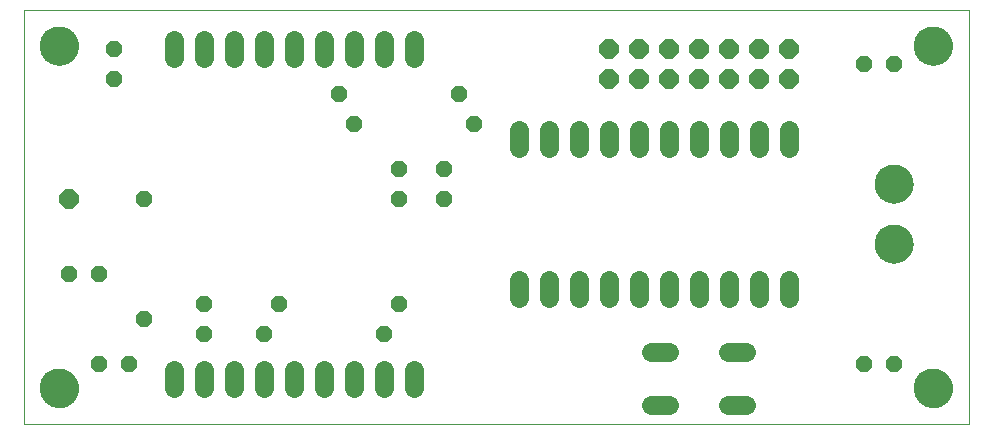
<source format=gbs>
G75*
%MOIN*%
%OFA0B0*%
%FSLAX25Y25*%
%IPPOS*%
%LPD*%
%AMOC8*
5,1,8,0,0,1.08239X$1,22.5*
%
%ADD10C,0.00000*%
%ADD11C,0.12998*%
%ADD12OC8,0.05600*%
%ADD13C,0.06400*%
%ADD14OC8,0.06400*%
D10*
X0001800Y0001800D02*
X0001800Y0139595D01*
X0316761Y0139595D01*
X0316761Y0001800D01*
X0001800Y0001800D01*
X0007312Y0013611D02*
X0007314Y0013769D01*
X0007320Y0013927D01*
X0007330Y0014085D01*
X0007344Y0014243D01*
X0007362Y0014400D01*
X0007383Y0014557D01*
X0007409Y0014713D01*
X0007439Y0014869D01*
X0007472Y0015024D01*
X0007510Y0015177D01*
X0007551Y0015330D01*
X0007596Y0015482D01*
X0007645Y0015633D01*
X0007698Y0015782D01*
X0007754Y0015930D01*
X0007814Y0016076D01*
X0007878Y0016221D01*
X0007946Y0016364D01*
X0008017Y0016506D01*
X0008091Y0016646D01*
X0008169Y0016783D01*
X0008251Y0016919D01*
X0008335Y0017053D01*
X0008424Y0017184D01*
X0008515Y0017313D01*
X0008610Y0017440D01*
X0008707Y0017565D01*
X0008808Y0017687D01*
X0008912Y0017806D01*
X0009019Y0017923D01*
X0009129Y0018037D01*
X0009242Y0018148D01*
X0009357Y0018257D01*
X0009475Y0018362D01*
X0009596Y0018464D01*
X0009719Y0018564D01*
X0009845Y0018660D01*
X0009973Y0018753D01*
X0010103Y0018843D01*
X0010236Y0018929D01*
X0010371Y0019013D01*
X0010507Y0019092D01*
X0010646Y0019169D01*
X0010787Y0019241D01*
X0010929Y0019311D01*
X0011073Y0019376D01*
X0011219Y0019438D01*
X0011366Y0019496D01*
X0011515Y0019551D01*
X0011665Y0019602D01*
X0011816Y0019649D01*
X0011968Y0019692D01*
X0012121Y0019731D01*
X0012276Y0019767D01*
X0012431Y0019798D01*
X0012587Y0019826D01*
X0012743Y0019850D01*
X0012900Y0019870D01*
X0013058Y0019886D01*
X0013215Y0019898D01*
X0013374Y0019906D01*
X0013532Y0019910D01*
X0013690Y0019910D01*
X0013848Y0019906D01*
X0014007Y0019898D01*
X0014164Y0019886D01*
X0014322Y0019870D01*
X0014479Y0019850D01*
X0014635Y0019826D01*
X0014791Y0019798D01*
X0014946Y0019767D01*
X0015101Y0019731D01*
X0015254Y0019692D01*
X0015406Y0019649D01*
X0015557Y0019602D01*
X0015707Y0019551D01*
X0015856Y0019496D01*
X0016003Y0019438D01*
X0016149Y0019376D01*
X0016293Y0019311D01*
X0016435Y0019241D01*
X0016576Y0019169D01*
X0016715Y0019092D01*
X0016851Y0019013D01*
X0016986Y0018929D01*
X0017119Y0018843D01*
X0017249Y0018753D01*
X0017377Y0018660D01*
X0017503Y0018564D01*
X0017626Y0018464D01*
X0017747Y0018362D01*
X0017865Y0018257D01*
X0017980Y0018148D01*
X0018093Y0018037D01*
X0018203Y0017923D01*
X0018310Y0017806D01*
X0018414Y0017687D01*
X0018515Y0017565D01*
X0018612Y0017440D01*
X0018707Y0017313D01*
X0018798Y0017184D01*
X0018887Y0017053D01*
X0018971Y0016919D01*
X0019053Y0016783D01*
X0019131Y0016646D01*
X0019205Y0016506D01*
X0019276Y0016364D01*
X0019344Y0016221D01*
X0019408Y0016076D01*
X0019468Y0015930D01*
X0019524Y0015782D01*
X0019577Y0015633D01*
X0019626Y0015482D01*
X0019671Y0015330D01*
X0019712Y0015177D01*
X0019750Y0015024D01*
X0019783Y0014869D01*
X0019813Y0014713D01*
X0019839Y0014557D01*
X0019860Y0014400D01*
X0019878Y0014243D01*
X0019892Y0014085D01*
X0019902Y0013927D01*
X0019908Y0013769D01*
X0019910Y0013611D01*
X0019908Y0013453D01*
X0019902Y0013295D01*
X0019892Y0013137D01*
X0019878Y0012979D01*
X0019860Y0012822D01*
X0019839Y0012665D01*
X0019813Y0012509D01*
X0019783Y0012353D01*
X0019750Y0012198D01*
X0019712Y0012045D01*
X0019671Y0011892D01*
X0019626Y0011740D01*
X0019577Y0011589D01*
X0019524Y0011440D01*
X0019468Y0011292D01*
X0019408Y0011146D01*
X0019344Y0011001D01*
X0019276Y0010858D01*
X0019205Y0010716D01*
X0019131Y0010576D01*
X0019053Y0010439D01*
X0018971Y0010303D01*
X0018887Y0010169D01*
X0018798Y0010038D01*
X0018707Y0009909D01*
X0018612Y0009782D01*
X0018515Y0009657D01*
X0018414Y0009535D01*
X0018310Y0009416D01*
X0018203Y0009299D01*
X0018093Y0009185D01*
X0017980Y0009074D01*
X0017865Y0008965D01*
X0017747Y0008860D01*
X0017626Y0008758D01*
X0017503Y0008658D01*
X0017377Y0008562D01*
X0017249Y0008469D01*
X0017119Y0008379D01*
X0016986Y0008293D01*
X0016851Y0008209D01*
X0016715Y0008130D01*
X0016576Y0008053D01*
X0016435Y0007981D01*
X0016293Y0007911D01*
X0016149Y0007846D01*
X0016003Y0007784D01*
X0015856Y0007726D01*
X0015707Y0007671D01*
X0015557Y0007620D01*
X0015406Y0007573D01*
X0015254Y0007530D01*
X0015101Y0007491D01*
X0014946Y0007455D01*
X0014791Y0007424D01*
X0014635Y0007396D01*
X0014479Y0007372D01*
X0014322Y0007352D01*
X0014164Y0007336D01*
X0014007Y0007324D01*
X0013848Y0007316D01*
X0013690Y0007312D01*
X0013532Y0007312D01*
X0013374Y0007316D01*
X0013215Y0007324D01*
X0013058Y0007336D01*
X0012900Y0007352D01*
X0012743Y0007372D01*
X0012587Y0007396D01*
X0012431Y0007424D01*
X0012276Y0007455D01*
X0012121Y0007491D01*
X0011968Y0007530D01*
X0011816Y0007573D01*
X0011665Y0007620D01*
X0011515Y0007671D01*
X0011366Y0007726D01*
X0011219Y0007784D01*
X0011073Y0007846D01*
X0010929Y0007911D01*
X0010787Y0007981D01*
X0010646Y0008053D01*
X0010507Y0008130D01*
X0010371Y0008209D01*
X0010236Y0008293D01*
X0010103Y0008379D01*
X0009973Y0008469D01*
X0009845Y0008562D01*
X0009719Y0008658D01*
X0009596Y0008758D01*
X0009475Y0008860D01*
X0009357Y0008965D01*
X0009242Y0009074D01*
X0009129Y0009185D01*
X0009019Y0009299D01*
X0008912Y0009416D01*
X0008808Y0009535D01*
X0008707Y0009657D01*
X0008610Y0009782D01*
X0008515Y0009909D01*
X0008424Y0010038D01*
X0008335Y0010169D01*
X0008251Y0010303D01*
X0008169Y0010439D01*
X0008091Y0010576D01*
X0008017Y0010716D01*
X0007946Y0010858D01*
X0007878Y0011001D01*
X0007814Y0011146D01*
X0007754Y0011292D01*
X0007698Y0011440D01*
X0007645Y0011589D01*
X0007596Y0011740D01*
X0007551Y0011892D01*
X0007510Y0012045D01*
X0007472Y0012198D01*
X0007439Y0012353D01*
X0007409Y0012509D01*
X0007383Y0012665D01*
X0007362Y0012822D01*
X0007344Y0012979D01*
X0007330Y0013137D01*
X0007320Y0013295D01*
X0007314Y0013453D01*
X0007312Y0013611D01*
X0007312Y0127784D02*
X0007314Y0127942D01*
X0007320Y0128100D01*
X0007330Y0128258D01*
X0007344Y0128416D01*
X0007362Y0128573D01*
X0007383Y0128730D01*
X0007409Y0128886D01*
X0007439Y0129042D01*
X0007472Y0129197D01*
X0007510Y0129350D01*
X0007551Y0129503D01*
X0007596Y0129655D01*
X0007645Y0129806D01*
X0007698Y0129955D01*
X0007754Y0130103D01*
X0007814Y0130249D01*
X0007878Y0130394D01*
X0007946Y0130537D01*
X0008017Y0130679D01*
X0008091Y0130819D01*
X0008169Y0130956D01*
X0008251Y0131092D01*
X0008335Y0131226D01*
X0008424Y0131357D01*
X0008515Y0131486D01*
X0008610Y0131613D01*
X0008707Y0131738D01*
X0008808Y0131860D01*
X0008912Y0131979D01*
X0009019Y0132096D01*
X0009129Y0132210D01*
X0009242Y0132321D01*
X0009357Y0132430D01*
X0009475Y0132535D01*
X0009596Y0132637D01*
X0009719Y0132737D01*
X0009845Y0132833D01*
X0009973Y0132926D01*
X0010103Y0133016D01*
X0010236Y0133102D01*
X0010371Y0133186D01*
X0010507Y0133265D01*
X0010646Y0133342D01*
X0010787Y0133414D01*
X0010929Y0133484D01*
X0011073Y0133549D01*
X0011219Y0133611D01*
X0011366Y0133669D01*
X0011515Y0133724D01*
X0011665Y0133775D01*
X0011816Y0133822D01*
X0011968Y0133865D01*
X0012121Y0133904D01*
X0012276Y0133940D01*
X0012431Y0133971D01*
X0012587Y0133999D01*
X0012743Y0134023D01*
X0012900Y0134043D01*
X0013058Y0134059D01*
X0013215Y0134071D01*
X0013374Y0134079D01*
X0013532Y0134083D01*
X0013690Y0134083D01*
X0013848Y0134079D01*
X0014007Y0134071D01*
X0014164Y0134059D01*
X0014322Y0134043D01*
X0014479Y0134023D01*
X0014635Y0133999D01*
X0014791Y0133971D01*
X0014946Y0133940D01*
X0015101Y0133904D01*
X0015254Y0133865D01*
X0015406Y0133822D01*
X0015557Y0133775D01*
X0015707Y0133724D01*
X0015856Y0133669D01*
X0016003Y0133611D01*
X0016149Y0133549D01*
X0016293Y0133484D01*
X0016435Y0133414D01*
X0016576Y0133342D01*
X0016715Y0133265D01*
X0016851Y0133186D01*
X0016986Y0133102D01*
X0017119Y0133016D01*
X0017249Y0132926D01*
X0017377Y0132833D01*
X0017503Y0132737D01*
X0017626Y0132637D01*
X0017747Y0132535D01*
X0017865Y0132430D01*
X0017980Y0132321D01*
X0018093Y0132210D01*
X0018203Y0132096D01*
X0018310Y0131979D01*
X0018414Y0131860D01*
X0018515Y0131738D01*
X0018612Y0131613D01*
X0018707Y0131486D01*
X0018798Y0131357D01*
X0018887Y0131226D01*
X0018971Y0131092D01*
X0019053Y0130956D01*
X0019131Y0130819D01*
X0019205Y0130679D01*
X0019276Y0130537D01*
X0019344Y0130394D01*
X0019408Y0130249D01*
X0019468Y0130103D01*
X0019524Y0129955D01*
X0019577Y0129806D01*
X0019626Y0129655D01*
X0019671Y0129503D01*
X0019712Y0129350D01*
X0019750Y0129197D01*
X0019783Y0129042D01*
X0019813Y0128886D01*
X0019839Y0128730D01*
X0019860Y0128573D01*
X0019878Y0128416D01*
X0019892Y0128258D01*
X0019902Y0128100D01*
X0019908Y0127942D01*
X0019910Y0127784D01*
X0019908Y0127626D01*
X0019902Y0127468D01*
X0019892Y0127310D01*
X0019878Y0127152D01*
X0019860Y0126995D01*
X0019839Y0126838D01*
X0019813Y0126682D01*
X0019783Y0126526D01*
X0019750Y0126371D01*
X0019712Y0126218D01*
X0019671Y0126065D01*
X0019626Y0125913D01*
X0019577Y0125762D01*
X0019524Y0125613D01*
X0019468Y0125465D01*
X0019408Y0125319D01*
X0019344Y0125174D01*
X0019276Y0125031D01*
X0019205Y0124889D01*
X0019131Y0124749D01*
X0019053Y0124612D01*
X0018971Y0124476D01*
X0018887Y0124342D01*
X0018798Y0124211D01*
X0018707Y0124082D01*
X0018612Y0123955D01*
X0018515Y0123830D01*
X0018414Y0123708D01*
X0018310Y0123589D01*
X0018203Y0123472D01*
X0018093Y0123358D01*
X0017980Y0123247D01*
X0017865Y0123138D01*
X0017747Y0123033D01*
X0017626Y0122931D01*
X0017503Y0122831D01*
X0017377Y0122735D01*
X0017249Y0122642D01*
X0017119Y0122552D01*
X0016986Y0122466D01*
X0016851Y0122382D01*
X0016715Y0122303D01*
X0016576Y0122226D01*
X0016435Y0122154D01*
X0016293Y0122084D01*
X0016149Y0122019D01*
X0016003Y0121957D01*
X0015856Y0121899D01*
X0015707Y0121844D01*
X0015557Y0121793D01*
X0015406Y0121746D01*
X0015254Y0121703D01*
X0015101Y0121664D01*
X0014946Y0121628D01*
X0014791Y0121597D01*
X0014635Y0121569D01*
X0014479Y0121545D01*
X0014322Y0121525D01*
X0014164Y0121509D01*
X0014007Y0121497D01*
X0013848Y0121489D01*
X0013690Y0121485D01*
X0013532Y0121485D01*
X0013374Y0121489D01*
X0013215Y0121497D01*
X0013058Y0121509D01*
X0012900Y0121525D01*
X0012743Y0121545D01*
X0012587Y0121569D01*
X0012431Y0121597D01*
X0012276Y0121628D01*
X0012121Y0121664D01*
X0011968Y0121703D01*
X0011816Y0121746D01*
X0011665Y0121793D01*
X0011515Y0121844D01*
X0011366Y0121899D01*
X0011219Y0121957D01*
X0011073Y0122019D01*
X0010929Y0122084D01*
X0010787Y0122154D01*
X0010646Y0122226D01*
X0010507Y0122303D01*
X0010371Y0122382D01*
X0010236Y0122466D01*
X0010103Y0122552D01*
X0009973Y0122642D01*
X0009845Y0122735D01*
X0009719Y0122831D01*
X0009596Y0122931D01*
X0009475Y0123033D01*
X0009357Y0123138D01*
X0009242Y0123247D01*
X0009129Y0123358D01*
X0009019Y0123472D01*
X0008912Y0123589D01*
X0008808Y0123708D01*
X0008707Y0123830D01*
X0008610Y0123955D01*
X0008515Y0124082D01*
X0008424Y0124211D01*
X0008335Y0124342D01*
X0008251Y0124476D01*
X0008169Y0124612D01*
X0008091Y0124749D01*
X0008017Y0124889D01*
X0007946Y0125031D01*
X0007878Y0125174D01*
X0007814Y0125319D01*
X0007754Y0125465D01*
X0007698Y0125613D01*
X0007645Y0125762D01*
X0007596Y0125913D01*
X0007551Y0126065D01*
X0007510Y0126218D01*
X0007472Y0126371D01*
X0007439Y0126526D01*
X0007409Y0126682D01*
X0007383Y0126838D01*
X0007362Y0126995D01*
X0007344Y0127152D01*
X0007330Y0127310D01*
X0007320Y0127468D01*
X0007314Y0127626D01*
X0007312Y0127784D01*
X0285501Y0081800D02*
X0285503Y0081958D01*
X0285509Y0082116D01*
X0285519Y0082274D01*
X0285533Y0082432D01*
X0285551Y0082589D01*
X0285572Y0082746D01*
X0285598Y0082902D01*
X0285628Y0083058D01*
X0285661Y0083213D01*
X0285699Y0083366D01*
X0285740Y0083519D01*
X0285785Y0083671D01*
X0285834Y0083822D01*
X0285887Y0083971D01*
X0285943Y0084119D01*
X0286003Y0084265D01*
X0286067Y0084410D01*
X0286135Y0084553D01*
X0286206Y0084695D01*
X0286280Y0084835D01*
X0286358Y0084972D01*
X0286440Y0085108D01*
X0286524Y0085242D01*
X0286613Y0085373D01*
X0286704Y0085502D01*
X0286799Y0085629D01*
X0286896Y0085754D01*
X0286997Y0085876D01*
X0287101Y0085995D01*
X0287208Y0086112D01*
X0287318Y0086226D01*
X0287431Y0086337D01*
X0287546Y0086446D01*
X0287664Y0086551D01*
X0287785Y0086653D01*
X0287908Y0086753D01*
X0288034Y0086849D01*
X0288162Y0086942D01*
X0288292Y0087032D01*
X0288425Y0087118D01*
X0288560Y0087202D01*
X0288696Y0087281D01*
X0288835Y0087358D01*
X0288976Y0087430D01*
X0289118Y0087500D01*
X0289262Y0087565D01*
X0289408Y0087627D01*
X0289555Y0087685D01*
X0289704Y0087740D01*
X0289854Y0087791D01*
X0290005Y0087838D01*
X0290157Y0087881D01*
X0290310Y0087920D01*
X0290465Y0087956D01*
X0290620Y0087987D01*
X0290776Y0088015D01*
X0290932Y0088039D01*
X0291089Y0088059D01*
X0291247Y0088075D01*
X0291404Y0088087D01*
X0291563Y0088095D01*
X0291721Y0088099D01*
X0291879Y0088099D01*
X0292037Y0088095D01*
X0292196Y0088087D01*
X0292353Y0088075D01*
X0292511Y0088059D01*
X0292668Y0088039D01*
X0292824Y0088015D01*
X0292980Y0087987D01*
X0293135Y0087956D01*
X0293290Y0087920D01*
X0293443Y0087881D01*
X0293595Y0087838D01*
X0293746Y0087791D01*
X0293896Y0087740D01*
X0294045Y0087685D01*
X0294192Y0087627D01*
X0294338Y0087565D01*
X0294482Y0087500D01*
X0294624Y0087430D01*
X0294765Y0087358D01*
X0294904Y0087281D01*
X0295040Y0087202D01*
X0295175Y0087118D01*
X0295308Y0087032D01*
X0295438Y0086942D01*
X0295566Y0086849D01*
X0295692Y0086753D01*
X0295815Y0086653D01*
X0295936Y0086551D01*
X0296054Y0086446D01*
X0296169Y0086337D01*
X0296282Y0086226D01*
X0296392Y0086112D01*
X0296499Y0085995D01*
X0296603Y0085876D01*
X0296704Y0085754D01*
X0296801Y0085629D01*
X0296896Y0085502D01*
X0296987Y0085373D01*
X0297076Y0085242D01*
X0297160Y0085108D01*
X0297242Y0084972D01*
X0297320Y0084835D01*
X0297394Y0084695D01*
X0297465Y0084553D01*
X0297533Y0084410D01*
X0297597Y0084265D01*
X0297657Y0084119D01*
X0297713Y0083971D01*
X0297766Y0083822D01*
X0297815Y0083671D01*
X0297860Y0083519D01*
X0297901Y0083366D01*
X0297939Y0083213D01*
X0297972Y0083058D01*
X0298002Y0082902D01*
X0298028Y0082746D01*
X0298049Y0082589D01*
X0298067Y0082432D01*
X0298081Y0082274D01*
X0298091Y0082116D01*
X0298097Y0081958D01*
X0298099Y0081800D01*
X0298097Y0081642D01*
X0298091Y0081484D01*
X0298081Y0081326D01*
X0298067Y0081168D01*
X0298049Y0081011D01*
X0298028Y0080854D01*
X0298002Y0080698D01*
X0297972Y0080542D01*
X0297939Y0080387D01*
X0297901Y0080234D01*
X0297860Y0080081D01*
X0297815Y0079929D01*
X0297766Y0079778D01*
X0297713Y0079629D01*
X0297657Y0079481D01*
X0297597Y0079335D01*
X0297533Y0079190D01*
X0297465Y0079047D01*
X0297394Y0078905D01*
X0297320Y0078765D01*
X0297242Y0078628D01*
X0297160Y0078492D01*
X0297076Y0078358D01*
X0296987Y0078227D01*
X0296896Y0078098D01*
X0296801Y0077971D01*
X0296704Y0077846D01*
X0296603Y0077724D01*
X0296499Y0077605D01*
X0296392Y0077488D01*
X0296282Y0077374D01*
X0296169Y0077263D01*
X0296054Y0077154D01*
X0295936Y0077049D01*
X0295815Y0076947D01*
X0295692Y0076847D01*
X0295566Y0076751D01*
X0295438Y0076658D01*
X0295308Y0076568D01*
X0295175Y0076482D01*
X0295040Y0076398D01*
X0294904Y0076319D01*
X0294765Y0076242D01*
X0294624Y0076170D01*
X0294482Y0076100D01*
X0294338Y0076035D01*
X0294192Y0075973D01*
X0294045Y0075915D01*
X0293896Y0075860D01*
X0293746Y0075809D01*
X0293595Y0075762D01*
X0293443Y0075719D01*
X0293290Y0075680D01*
X0293135Y0075644D01*
X0292980Y0075613D01*
X0292824Y0075585D01*
X0292668Y0075561D01*
X0292511Y0075541D01*
X0292353Y0075525D01*
X0292196Y0075513D01*
X0292037Y0075505D01*
X0291879Y0075501D01*
X0291721Y0075501D01*
X0291563Y0075505D01*
X0291404Y0075513D01*
X0291247Y0075525D01*
X0291089Y0075541D01*
X0290932Y0075561D01*
X0290776Y0075585D01*
X0290620Y0075613D01*
X0290465Y0075644D01*
X0290310Y0075680D01*
X0290157Y0075719D01*
X0290005Y0075762D01*
X0289854Y0075809D01*
X0289704Y0075860D01*
X0289555Y0075915D01*
X0289408Y0075973D01*
X0289262Y0076035D01*
X0289118Y0076100D01*
X0288976Y0076170D01*
X0288835Y0076242D01*
X0288696Y0076319D01*
X0288560Y0076398D01*
X0288425Y0076482D01*
X0288292Y0076568D01*
X0288162Y0076658D01*
X0288034Y0076751D01*
X0287908Y0076847D01*
X0287785Y0076947D01*
X0287664Y0077049D01*
X0287546Y0077154D01*
X0287431Y0077263D01*
X0287318Y0077374D01*
X0287208Y0077488D01*
X0287101Y0077605D01*
X0286997Y0077724D01*
X0286896Y0077846D01*
X0286799Y0077971D01*
X0286704Y0078098D01*
X0286613Y0078227D01*
X0286524Y0078358D01*
X0286440Y0078492D01*
X0286358Y0078628D01*
X0286280Y0078765D01*
X0286206Y0078905D01*
X0286135Y0079047D01*
X0286067Y0079190D01*
X0286003Y0079335D01*
X0285943Y0079481D01*
X0285887Y0079629D01*
X0285834Y0079778D01*
X0285785Y0079929D01*
X0285740Y0080081D01*
X0285699Y0080234D01*
X0285661Y0080387D01*
X0285628Y0080542D01*
X0285598Y0080698D01*
X0285572Y0080854D01*
X0285551Y0081011D01*
X0285533Y0081168D01*
X0285519Y0081326D01*
X0285509Y0081484D01*
X0285503Y0081642D01*
X0285501Y0081800D01*
X0285501Y0061800D02*
X0285503Y0061958D01*
X0285509Y0062116D01*
X0285519Y0062274D01*
X0285533Y0062432D01*
X0285551Y0062589D01*
X0285572Y0062746D01*
X0285598Y0062902D01*
X0285628Y0063058D01*
X0285661Y0063213D01*
X0285699Y0063366D01*
X0285740Y0063519D01*
X0285785Y0063671D01*
X0285834Y0063822D01*
X0285887Y0063971D01*
X0285943Y0064119D01*
X0286003Y0064265D01*
X0286067Y0064410D01*
X0286135Y0064553D01*
X0286206Y0064695D01*
X0286280Y0064835D01*
X0286358Y0064972D01*
X0286440Y0065108D01*
X0286524Y0065242D01*
X0286613Y0065373D01*
X0286704Y0065502D01*
X0286799Y0065629D01*
X0286896Y0065754D01*
X0286997Y0065876D01*
X0287101Y0065995D01*
X0287208Y0066112D01*
X0287318Y0066226D01*
X0287431Y0066337D01*
X0287546Y0066446D01*
X0287664Y0066551D01*
X0287785Y0066653D01*
X0287908Y0066753D01*
X0288034Y0066849D01*
X0288162Y0066942D01*
X0288292Y0067032D01*
X0288425Y0067118D01*
X0288560Y0067202D01*
X0288696Y0067281D01*
X0288835Y0067358D01*
X0288976Y0067430D01*
X0289118Y0067500D01*
X0289262Y0067565D01*
X0289408Y0067627D01*
X0289555Y0067685D01*
X0289704Y0067740D01*
X0289854Y0067791D01*
X0290005Y0067838D01*
X0290157Y0067881D01*
X0290310Y0067920D01*
X0290465Y0067956D01*
X0290620Y0067987D01*
X0290776Y0068015D01*
X0290932Y0068039D01*
X0291089Y0068059D01*
X0291247Y0068075D01*
X0291404Y0068087D01*
X0291563Y0068095D01*
X0291721Y0068099D01*
X0291879Y0068099D01*
X0292037Y0068095D01*
X0292196Y0068087D01*
X0292353Y0068075D01*
X0292511Y0068059D01*
X0292668Y0068039D01*
X0292824Y0068015D01*
X0292980Y0067987D01*
X0293135Y0067956D01*
X0293290Y0067920D01*
X0293443Y0067881D01*
X0293595Y0067838D01*
X0293746Y0067791D01*
X0293896Y0067740D01*
X0294045Y0067685D01*
X0294192Y0067627D01*
X0294338Y0067565D01*
X0294482Y0067500D01*
X0294624Y0067430D01*
X0294765Y0067358D01*
X0294904Y0067281D01*
X0295040Y0067202D01*
X0295175Y0067118D01*
X0295308Y0067032D01*
X0295438Y0066942D01*
X0295566Y0066849D01*
X0295692Y0066753D01*
X0295815Y0066653D01*
X0295936Y0066551D01*
X0296054Y0066446D01*
X0296169Y0066337D01*
X0296282Y0066226D01*
X0296392Y0066112D01*
X0296499Y0065995D01*
X0296603Y0065876D01*
X0296704Y0065754D01*
X0296801Y0065629D01*
X0296896Y0065502D01*
X0296987Y0065373D01*
X0297076Y0065242D01*
X0297160Y0065108D01*
X0297242Y0064972D01*
X0297320Y0064835D01*
X0297394Y0064695D01*
X0297465Y0064553D01*
X0297533Y0064410D01*
X0297597Y0064265D01*
X0297657Y0064119D01*
X0297713Y0063971D01*
X0297766Y0063822D01*
X0297815Y0063671D01*
X0297860Y0063519D01*
X0297901Y0063366D01*
X0297939Y0063213D01*
X0297972Y0063058D01*
X0298002Y0062902D01*
X0298028Y0062746D01*
X0298049Y0062589D01*
X0298067Y0062432D01*
X0298081Y0062274D01*
X0298091Y0062116D01*
X0298097Y0061958D01*
X0298099Y0061800D01*
X0298097Y0061642D01*
X0298091Y0061484D01*
X0298081Y0061326D01*
X0298067Y0061168D01*
X0298049Y0061011D01*
X0298028Y0060854D01*
X0298002Y0060698D01*
X0297972Y0060542D01*
X0297939Y0060387D01*
X0297901Y0060234D01*
X0297860Y0060081D01*
X0297815Y0059929D01*
X0297766Y0059778D01*
X0297713Y0059629D01*
X0297657Y0059481D01*
X0297597Y0059335D01*
X0297533Y0059190D01*
X0297465Y0059047D01*
X0297394Y0058905D01*
X0297320Y0058765D01*
X0297242Y0058628D01*
X0297160Y0058492D01*
X0297076Y0058358D01*
X0296987Y0058227D01*
X0296896Y0058098D01*
X0296801Y0057971D01*
X0296704Y0057846D01*
X0296603Y0057724D01*
X0296499Y0057605D01*
X0296392Y0057488D01*
X0296282Y0057374D01*
X0296169Y0057263D01*
X0296054Y0057154D01*
X0295936Y0057049D01*
X0295815Y0056947D01*
X0295692Y0056847D01*
X0295566Y0056751D01*
X0295438Y0056658D01*
X0295308Y0056568D01*
X0295175Y0056482D01*
X0295040Y0056398D01*
X0294904Y0056319D01*
X0294765Y0056242D01*
X0294624Y0056170D01*
X0294482Y0056100D01*
X0294338Y0056035D01*
X0294192Y0055973D01*
X0294045Y0055915D01*
X0293896Y0055860D01*
X0293746Y0055809D01*
X0293595Y0055762D01*
X0293443Y0055719D01*
X0293290Y0055680D01*
X0293135Y0055644D01*
X0292980Y0055613D01*
X0292824Y0055585D01*
X0292668Y0055561D01*
X0292511Y0055541D01*
X0292353Y0055525D01*
X0292196Y0055513D01*
X0292037Y0055505D01*
X0291879Y0055501D01*
X0291721Y0055501D01*
X0291563Y0055505D01*
X0291404Y0055513D01*
X0291247Y0055525D01*
X0291089Y0055541D01*
X0290932Y0055561D01*
X0290776Y0055585D01*
X0290620Y0055613D01*
X0290465Y0055644D01*
X0290310Y0055680D01*
X0290157Y0055719D01*
X0290005Y0055762D01*
X0289854Y0055809D01*
X0289704Y0055860D01*
X0289555Y0055915D01*
X0289408Y0055973D01*
X0289262Y0056035D01*
X0289118Y0056100D01*
X0288976Y0056170D01*
X0288835Y0056242D01*
X0288696Y0056319D01*
X0288560Y0056398D01*
X0288425Y0056482D01*
X0288292Y0056568D01*
X0288162Y0056658D01*
X0288034Y0056751D01*
X0287908Y0056847D01*
X0287785Y0056947D01*
X0287664Y0057049D01*
X0287546Y0057154D01*
X0287431Y0057263D01*
X0287318Y0057374D01*
X0287208Y0057488D01*
X0287101Y0057605D01*
X0286997Y0057724D01*
X0286896Y0057846D01*
X0286799Y0057971D01*
X0286704Y0058098D01*
X0286613Y0058227D01*
X0286524Y0058358D01*
X0286440Y0058492D01*
X0286358Y0058628D01*
X0286280Y0058765D01*
X0286206Y0058905D01*
X0286135Y0059047D01*
X0286067Y0059190D01*
X0286003Y0059335D01*
X0285943Y0059481D01*
X0285887Y0059629D01*
X0285834Y0059778D01*
X0285785Y0059929D01*
X0285740Y0060081D01*
X0285699Y0060234D01*
X0285661Y0060387D01*
X0285628Y0060542D01*
X0285598Y0060698D01*
X0285572Y0060854D01*
X0285551Y0061011D01*
X0285533Y0061168D01*
X0285519Y0061326D01*
X0285509Y0061484D01*
X0285503Y0061642D01*
X0285501Y0061800D01*
X0298651Y0013611D02*
X0298653Y0013769D01*
X0298659Y0013927D01*
X0298669Y0014085D01*
X0298683Y0014243D01*
X0298701Y0014400D01*
X0298722Y0014557D01*
X0298748Y0014713D01*
X0298778Y0014869D01*
X0298811Y0015024D01*
X0298849Y0015177D01*
X0298890Y0015330D01*
X0298935Y0015482D01*
X0298984Y0015633D01*
X0299037Y0015782D01*
X0299093Y0015930D01*
X0299153Y0016076D01*
X0299217Y0016221D01*
X0299285Y0016364D01*
X0299356Y0016506D01*
X0299430Y0016646D01*
X0299508Y0016783D01*
X0299590Y0016919D01*
X0299674Y0017053D01*
X0299763Y0017184D01*
X0299854Y0017313D01*
X0299949Y0017440D01*
X0300046Y0017565D01*
X0300147Y0017687D01*
X0300251Y0017806D01*
X0300358Y0017923D01*
X0300468Y0018037D01*
X0300581Y0018148D01*
X0300696Y0018257D01*
X0300814Y0018362D01*
X0300935Y0018464D01*
X0301058Y0018564D01*
X0301184Y0018660D01*
X0301312Y0018753D01*
X0301442Y0018843D01*
X0301575Y0018929D01*
X0301710Y0019013D01*
X0301846Y0019092D01*
X0301985Y0019169D01*
X0302126Y0019241D01*
X0302268Y0019311D01*
X0302412Y0019376D01*
X0302558Y0019438D01*
X0302705Y0019496D01*
X0302854Y0019551D01*
X0303004Y0019602D01*
X0303155Y0019649D01*
X0303307Y0019692D01*
X0303460Y0019731D01*
X0303615Y0019767D01*
X0303770Y0019798D01*
X0303926Y0019826D01*
X0304082Y0019850D01*
X0304239Y0019870D01*
X0304397Y0019886D01*
X0304554Y0019898D01*
X0304713Y0019906D01*
X0304871Y0019910D01*
X0305029Y0019910D01*
X0305187Y0019906D01*
X0305346Y0019898D01*
X0305503Y0019886D01*
X0305661Y0019870D01*
X0305818Y0019850D01*
X0305974Y0019826D01*
X0306130Y0019798D01*
X0306285Y0019767D01*
X0306440Y0019731D01*
X0306593Y0019692D01*
X0306745Y0019649D01*
X0306896Y0019602D01*
X0307046Y0019551D01*
X0307195Y0019496D01*
X0307342Y0019438D01*
X0307488Y0019376D01*
X0307632Y0019311D01*
X0307774Y0019241D01*
X0307915Y0019169D01*
X0308054Y0019092D01*
X0308190Y0019013D01*
X0308325Y0018929D01*
X0308458Y0018843D01*
X0308588Y0018753D01*
X0308716Y0018660D01*
X0308842Y0018564D01*
X0308965Y0018464D01*
X0309086Y0018362D01*
X0309204Y0018257D01*
X0309319Y0018148D01*
X0309432Y0018037D01*
X0309542Y0017923D01*
X0309649Y0017806D01*
X0309753Y0017687D01*
X0309854Y0017565D01*
X0309951Y0017440D01*
X0310046Y0017313D01*
X0310137Y0017184D01*
X0310226Y0017053D01*
X0310310Y0016919D01*
X0310392Y0016783D01*
X0310470Y0016646D01*
X0310544Y0016506D01*
X0310615Y0016364D01*
X0310683Y0016221D01*
X0310747Y0016076D01*
X0310807Y0015930D01*
X0310863Y0015782D01*
X0310916Y0015633D01*
X0310965Y0015482D01*
X0311010Y0015330D01*
X0311051Y0015177D01*
X0311089Y0015024D01*
X0311122Y0014869D01*
X0311152Y0014713D01*
X0311178Y0014557D01*
X0311199Y0014400D01*
X0311217Y0014243D01*
X0311231Y0014085D01*
X0311241Y0013927D01*
X0311247Y0013769D01*
X0311249Y0013611D01*
X0311247Y0013453D01*
X0311241Y0013295D01*
X0311231Y0013137D01*
X0311217Y0012979D01*
X0311199Y0012822D01*
X0311178Y0012665D01*
X0311152Y0012509D01*
X0311122Y0012353D01*
X0311089Y0012198D01*
X0311051Y0012045D01*
X0311010Y0011892D01*
X0310965Y0011740D01*
X0310916Y0011589D01*
X0310863Y0011440D01*
X0310807Y0011292D01*
X0310747Y0011146D01*
X0310683Y0011001D01*
X0310615Y0010858D01*
X0310544Y0010716D01*
X0310470Y0010576D01*
X0310392Y0010439D01*
X0310310Y0010303D01*
X0310226Y0010169D01*
X0310137Y0010038D01*
X0310046Y0009909D01*
X0309951Y0009782D01*
X0309854Y0009657D01*
X0309753Y0009535D01*
X0309649Y0009416D01*
X0309542Y0009299D01*
X0309432Y0009185D01*
X0309319Y0009074D01*
X0309204Y0008965D01*
X0309086Y0008860D01*
X0308965Y0008758D01*
X0308842Y0008658D01*
X0308716Y0008562D01*
X0308588Y0008469D01*
X0308458Y0008379D01*
X0308325Y0008293D01*
X0308190Y0008209D01*
X0308054Y0008130D01*
X0307915Y0008053D01*
X0307774Y0007981D01*
X0307632Y0007911D01*
X0307488Y0007846D01*
X0307342Y0007784D01*
X0307195Y0007726D01*
X0307046Y0007671D01*
X0306896Y0007620D01*
X0306745Y0007573D01*
X0306593Y0007530D01*
X0306440Y0007491D01*
X0306285Y0007455D01*
X0306130Y0007424D01*
X0305974Y0007396D01*
X0305818Y0007372D01*
X0305661Y0007352D01*
X0305503Y0007336D01*
X0305346Y0007324D01*
X0305187Y0007316D01*
X0305029Y0007312D01*
X0304871Y0007312D01*
X0304713Y0007316D01*
X0304554Y0007324D01*
X0304397Y0007336D01*
X0304239Y0007352D01*
X0304082Y0007372D01*
X0303926Y0007396D01*
X0303770Y0007424D01*
X0303615Y0007455D01*
X0303460Y0007491D01*
X0303307Y0007530D01*
X0303155Y0007573D01*
X0303004Y0007620D01*
X0302854Y0007671D01*
X0302705Y0007726D01*
X0302558Y0007784D01*
X0302412Y0007846D01*
X0302268Y0007911D01*
X0302126Y0007981D01*
X0301985Y0008053D01*
X0301846Y0008130D01*
X0301710Y0008209D01*
X0301575Y0008293D01*
X0301442Y0008379D01*
X0301312Y0008469D01*
X0301184Y0008562D01*
X0301058Y0008658D01*
X0300935Y0008758D01*
X0300814Y0008860D01*
X0300696Y0008965D01*
X0300581Y0009074D01*
X0300468Y0009185D01*
X0300358Y0009299D01*
X0300251Y0009416D01*
X0300147Y0009535D01*
X0300046Y0009657D01*
X0299949Y0009782D01*
X0299854Y0009909D01*
X0299763Y0010038D01*
X0299674Y0010169D01*
X0299590Y0010303D01*
X0299508Y0010439D01*
X0299430Y0010576D01*
X0299356Y0010716D01*
X0299285Y0010858D01*
X0299217Y0011001D01*
X0299153Y0011146D01*
X0299093Y0011292D01*
X0299037Y0011440D01*
X0298984Y0011589D01*
X0298935Y0011740D01*
X0298890Y0011892D01*
X0298849Y0012045D01*
X0298811Y0012198D01*
X0298778Y0012353D01*
X0298748Y0012509D01*
X0298722Y0012665D01*
X0298701Y0012822D01*
X0298683Y0012979D01*
X0298669Y0013137D01*
X0298659Y0013295D01*
X0298653Y0013453D01*
X0298651Y0013611D01*
X0298651Y0127784D02*
X0298653Y0127942D01*
X0298659Y0128100D01*
X0298669Y0128258D01*
X0298683Y0128416D01*
X0298701Y0128573D01*
X0298722Y0128730D01*
X0298748Y0128886D01*
X0298778Y0129042D01*
X0298811Y0129197D01*
X0298849Y0129350D01*
X0298890Y0129503D01*
X0298935Y0129655D01*
X0298984Y0129806D01*
X0299037Y0129955D01*
X0299093Y0130103D01*
X0299153Y0130249D01*
X0299217Y0130394D01*
X0299285Y0130537D01*
X0299356Y0130679D01*
X0299430Y0130819D01*
X0299508Y0130956D01*
X0299590Y0131092D01*
X0299674Y0131226D01*
X0299763Y0131357D01*
X0299854Y0131486D01*
X0299949Y0131613D01*
X0300046Y0131738D01*
X0300147Y0131860D01*
X0300251Y0131979D01*
X0300358Y0132096D01*
X0300468Y0132210D01*
X0300581Y0132321D01*
X0300696Y0132430D01*
X0300814Y0132535D01*
X0300935Y0132637D01*
X0301058Y0132737D01*
X0301184Y0132833D01*
X0301312Y0132926D01*
X0301442Y0133016D01*
X0301575Y0133102D01*
X0301710Y0133186D01*
X0301846Y0133265D01*
X0301985Y0133342D01*
X0302126Y0133414D01*
X0302268Y0133484D01*
X0302412Y0133549D01*
X0302558Y0133611D01*
X0302705Y0133669D01*
X0302854Y0133724D01*
X0303004Y0133775D01*
X0303155Y0133822D01*
X0303307Y0133865D01*
X0303460Y0133904D01*
X0303615Y0133940D01*
X0303770Y0133971D01*
X0303926Y0133999D01*
X0304082Y0134023D01*
X0304239Y0134043D01*
X0304397Y0134059D01*
X0304554Y0134071D01*
X0304713Y0134079D01*
X0304871Y0134083D01*
X0305029Y0134083D01*
X0305187Y0134079D01*
X0305346Y0134071D01*
X0305503Y0134059D01*
X0305661Y0134043D01*
X0305818Y0134023D01*
X0305974Y0133999D01*
X0306130Y0133971D01*
X0306285Y0133940D01*
X0306440Y0133904D01*
X0306593Y0133865D01*
X0306745Y0133822D01*
X0306896Y0133775D01*
X0307046Y0133724D01*
X0307195Y0133669D01*
X0307342Y0133611D01*
X0307488Y0133549D01*
X0307632Y0133484D01*
X0307774Y0133414D01*
X0307915Y0133342D01*
X0308054Y0133265D01*
X0308190Y0133186D01*
X0308325Y0133102D01*
X0308458Y0133016D01*
X0308588Y0132926D01*
X0308716Y0132833D01*
X0308842Y0132737D01*
X0308965Y0132637D01*
X0309086Y0132535D01*
X0309204Y0132430D01*
X0309319Y0132321D01*
X0309432Y0132210D01*
X0309542Y0132096D01*
X0309649Y0131979D01*
X0309753Y0131860D01*
X0309854Y0131738D01*
X0309951Y0131613D01*
X0310046Y0131486D01*
X0310137Y0131357D01*
X0310226Y0131226D01*
X0310310Y0131092D01*
X0310392Y0130956D01*
X0310470Y0130819D01*
X0310544Y0130679D01*
X0310615Y0130537D01*
X0310683Y0130394D01*
X0310747Y0130249D01*
X0310807Y0130103D01*
X0310863Y0129955D01*
X0310916Y0129806D01*
X0310965Y0129655D01*
X0311010Y0129503D01*
X0311051Y0129350D01*
X0311089Y0129197D01*
X0311122Y0129042D01*
X0311152Y0128886D01*
X0311178Y0128730D01*
X0311199Y0128573D01*
X0311217Y0128416D01*
X0311231Y0128258D01*
X0311241Y0128100D01*
X0311247Y0127942D01*
X0311249Y0127784D01*
X0311247Y0127626D01*
X0311241Y0127468D01*
X0311231Y0127310D01*
X0311217Y0127152D01*
X0311199Y0126995D01*
X0311178Y0126838D01*
X0311152Y0126682D01*
X0311122Y0126526D01*
X0311089Y0126371D01*
X0311051Y0126218D01*
X0311010Y0126065D01*
X0310965Y0125913D01*
X0310916Y0125762D01*
X0310863Y0125613D01*
X0310807Y0125465D01*
X0310747Y0125319D01*
X0310683Y0125174D01*
X0310615Y0125031D01*
X0310544Y0124889D01*
X0310470Y0124749D01*
X0310392Y0124612D01*
X0310310Y0124476D01*
X0310226Y0124342D01*
X0310137Y0124211D01*
X0310046Y0124082D01*
X0309951Y0123955D01*
X0309854Y0123830D01*
X0309753Y0123708D01*
X0309649Y0123589D01*
X0309542Y0123472D01*
X0309432Y0123358D01*
X0309319Y0123247D01*
X0309204Y0123138D01*
X0309086Y0123033D01*
X0308965Y0122931D01*
X0308842Y0122831D01*
X0308716Y0122735D01*
X0308588Y0122642D01*
X0308458Y0122552D01*
X0308325Y0122466D01*
X0308190Y0122382D01*
X0308054Y0122303D01*
X0307915Y0122226D01*
X0307774Y0122154D01*
X0307632Y0122084D01*
X0307488Y0122019D01*
X0307342Y0121957D01*
X0307195Y0121899D01*
X0307046Y0121844D01*
X0306896Y0121793D01*
X0306745Y0121746D01*
X0306593Y0121703D01*
X0306440Y0121664D01*
X0306285Y0121628D01*
X0306130Y0121597D01*
X0305974Y0121569D01*
X0305818Y0121545D01*
X0305661Y0121525D01*
X0305503Y0121509D01*
X0305346Y0121497D01*
X0305187Y0121489D01*
X0305029Y0121485D01*
X0304871Y0121485D01*
X0304713Y0121489D01*
X0304554Y0121497D01*
X0304397Y0121509D01*
X0304239Y0121525D01*
X0304082Y0121545D01*
X0303926Y0121569D01*
X0303770Y0121597D01*
X0303615Y0121628D01*
X0303460Y0121664D01*
X0303307Y0121703D01*
X0303155Y0121746D01*
X0303004Y0121793D01*
X0302854Y0121844D01*
X0302705Y0121899D01*
X0302558Y0121957D01*
X0302412Y0122019D01*
X0302268Y0122084D01*
X0302126Y0122154D01*
X0301985Y0122226D01*
X0301846Y0122303D01*
X0301710Y0122382D01*
X0301575Y0122466D01*
X0301442Y0122552D01*
X0301312Y0122642D01*
X0301184Y0122735D01*
X0301058Y0122831D01*
X0300935Y0122931D01*
X0300814Y0123033D01*
X0300696Y0123138D01*
X0300581Y0123247D01*
X0300468Y0123358D01*
X0300358Y0123472D01*
X0300251Y0123589D01*
X0300147Y0123708D01*
X0300046Y0123830D01*
X0299949Y0123955D01*
X0299854Y0124082D01*
X0299763Y0124211D01*
X0299674Y0124342D01*
X0299590Y0124476D01*
X0299508Y0124612D01*
X0299430Y0124749D01*
X0299356Y0124889D01*
X0299285Y0125031D01*
X0299217Y0125174D01*
X0299153Y0125319D01*
X0299093Y0125465D01*
X0299037Y0125613D01*
X0298984Y0125762D01*
X0298935Y0125913D01*
X0298890Y0126065D01*
X0298849Y0126218D01*
X0298811Y0126371D01*
X0298778Y0126526D01*
X0298748Y0126682D01*
X0298722Y0126838D01*
X0298701Y0126995D01*
X0298683Y0127152D01*
X0298669Y0127310D01*
X0298659Y0127468D01*
X0298653Y0127626D01*
X0298651Y0127784D01*
D11*
X0304950Y0127784D03*
X0291800Y0081800D03*
X0291800Y0061800D03*
X0304950Y0013611D03*
X0013611Y0013611D03*
X0013611Y0127784D03*
D12*
X0031800Y0126800D03*
X0031800Y0116800D03*
X0106800Y0111800D03*
X0111800Y0101800D03*
X0126800Y0086800D03*
X0141800Y0086800D03*
X0141800Y0076800D03*
X0126800Y0076800D03*
X0151800Y0101800D03*
X0146800Y0111800D03*
X0041800Y0076800D03*
X0026800Y0051800D03*
X0016800Y0051800D03*
X0041800Y0036800D03*
X0061800Y0031800D03*
X0081800Y0031800D03*
X0086800Y0041800D03*
X0061800Y0041800D03*
X0036800Y0021800D03*
X0026800Y0021800D03*
X0121800Y0031800D03*
X0126800Y0041800D03*
X0281800Y0021800D03*
X0291800Y0021800D03*
X0291800Y0121800D03*
X0281800Y0121800D03*
D13*
X0256800Y0099800D02*
X0256800Y0093800D01*
X0246800Y0093800D02*
X0246800Y0099800D01*
X0236800Y0099800D02*
X0236800Y0093800D01*
X0226800Y0093800D02*
X0226800Y0099800D01*
X0216800Y0099800D02*
X0216800Y0093800D01*
X0206800Y0093800D02*
X0206800Y0099800D01*
X0196800Y0099800D02*
X0196800Y0093800D01*
X0186800Y0093800D02*
X0186800Y0099800D01*
X0176800Y0099800D02*
X0176800Y0093800D01*
X0166800Y0093800D02*
X0166800Y0099800D01*
X0131800Y0123800D02*
X0131800Y0129800D01*
X0121800Y0129800D02*
X0121800Y0123800D01*
X0111800Y0123800D02*
X0111800Y0129800D01*
X0101800Y0129800D02*
X0101800Y0123800D01*
X0091800Y0123800D02*
X0091800Y0129800D01*
X0081800Y0129800D02*
X0081800Y0123800D01*
X0071800Y0123800D02*
X0071800Y0129800D01*
X0061800Y0129800D02*
X0061800Y0123800D01*
X0051800Y0123800D02*
X0051800Y0129800D01*
X0166800Y0049800D02*
X0166800Y0043800D01*
X0176800Y0043800D02*
X0176800Y0049800D01*
X0186800Y0049800D02*
X0186800Y0043800D01*
X0196800Y0043800D02*
X0196800Y0049800D01*
X0206800Y0049800D02*
X0206800Y0043800D01*
X0216800Y0043800D02*
X0216800Y0049800D01*
X0226800Y0049800D02*
X0226800Y0043800D01*
X0236800Y0043800D02*
X0236800Y0049800D01*
X0246800Y0049800D02*
X0246800Y0043800D01*
X0256800Y0043800D02*
X0256800Y0049800D01*
X0242600Y0025700D02*
X0236600Y0025700D01*
X0217000Y0025700D02*
X0211000Y0025700D01*
X0211000Y0007900D02*
X0217000Y0007900D01*
X0236600Y0007900D02*
X0242600Y0007900D01*
X0131800Y0013800D02*
X0131800Y0019800D01*
X0121800Y0019800D02*
X0121800Y0013800D01*
X0111800Y0013800D02*
X0111800Y0019800D01*
X0101800Y0019800D02*
X0101800Y0013800D01*
X0091800Y0013800D02*
X0091800Y0019800D01*
X0081800Y0019800D02*
X0081800Y0013800D01*
X0071800Y0013800D02*
X0071800Y0019800D01*
X0061800Y0019800D02*
X0061800Y0013800D01*
X0051800Y0013800D02*
X0051800Y0019800D01*
D14*
X0016800Y0076800D03*
X0196800Y0116800D03*
X0206800Y0116800D03*
X0216800Y0116800D03*
X0226800Y0116800D03*
X0236800Y0116800D03*
X0246800Y0116800D03*
X0256800Y0116800D03*
X0256800Y0126800D03*
X0246800Y0126800D03*
X0236800Y0126800D03*
X0226800Y0126800D03*
X0216800Y0126800D03*
X0206800Y0126800D03*
X0196800Y0126800D03*
M02*

</source>
